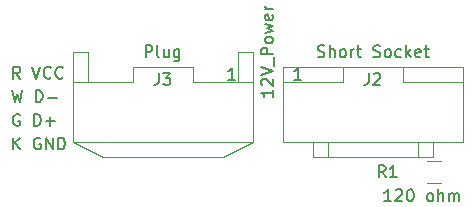
<source format=gbr>
G04 #@! TF.GenerationSoftware,KiCad,Pcbnew,(5.1.2)-2*
G04 #@! TF.CreationDate,2019-08-10T02:32:53-04:00*
G04 #@! TF.ProjectId,compact-giraffe,636f6d70-6163-4742-9d67-697261666665,rev?*
G04 #@! TF.SameCoordinates,Original*
G04 #@! TF.FileFunction,Legend,Top*
G04 #@! TF.FilePolarity,Positive*
%FSLAX46Y46*%
G04 Gerber Fmt 4.6, Leading zero omitted, Abs format (unit mm)*
G04 Created by KiCad (PCBNEW (5.1.2)-2) date 2019-08-10 02:32:53*
%MOMM*%
%LPD*%
G04 APERTURE LIST*
%ADD10C,0.120000*%
%ADD11C,0.150000*%
G04 APERTURE END LIST*
D10*
X142240000Y-92710000D02*
X127000000Y-92710000D01*
X142240000Y-87630000D02*
X142240000Y-92710000D01*
X137160000Y-87630000D02*
X142240000Y-87630000D01*
X137160000Y-86360000D02*
X137160000Y-87630000D01*
X132080000Y-86360000D02*
X137160000Y-86360000D01*
X132080000Y-87630000D02*
X132080000Y-86360000D01*
X127000000Y-87630000D02*
X132080000Y-87630000D01*
X127000000Y-92710000D02*
X127000000Y-87630000D01*
X127000000Y-87630000D02*
X127000000Y-86360000D01*
X127000000Y-86360000D02*
X132080000Y-86360000D01*
X132080000Y-86360000D02*
X137160000Y-86360000D01*
X137160000Y-86360000D02*
X142240000Y-86360000D01*
X142240000Y-86360000D02*
X142240000Y-87630000D01*
X129540000Y-92710000D02*
X129540000Y-93980000D01*
X129540000Y-93980000D02*
X130810000Y-93980000D01*
X130810000Y-93980000D02*
X130810000Y-92710000D01*
X130810000Y-92710000D02*
X138430000Y-92710000D01*
X138430000Y-92710000D02*
X138430000Y-93980000D01*
X138430000Y-93980000D02*
X139700000Y-93980000D01*
X139700000Y-93980000D02*
X139700000Y-92710000D01*
X130810000Y-93980000D02*
X138430000Y-93980000D01*
X109220000Y-92710000D02*
X124460000Y-92710000D01*
X109220000Y-87630000D02*
X109220000Y-92710000D01*
X114300000Y-87630000D02*
X109220000Y-87630000D01*
X114300000Y-86360000D02*
X114300000Y-87630000D01*
X119380000Y-86360000D02*
X114300000Y-86360000D01*
X119380000Y-87630000D02*
X119380000Y-86360000D01*
X124460000Y-87630000D02*
X119380000Y-87630000D01*
X124460000Y-92710000D02*
X124460000Y-87630000D01*
X124460000Y-87630000D02*
X124460000Y-85090000D01*
X124460000Y-85090000D02*
X123190000Y-85090000D01*
X123190000Y-85090000D02*
X123190000Y-87630000D01*
X110490000Y-87630000D02*
X110490000Y-85090000D01*
X110490000Y-85090000D02*
X109220000Y-85090000D01*
X109220000Y-85090000D02*
X109220000Y-87630000D01*
X124460000Y-92710000D02*
X121920000Y-93980000D01*
X121920000Y-93980000D02*
X111760000Y-93980000D01*
X111760000Y-93980000D02*
X109220000Y-92710000D01*
X140432064Y-94340000D02*
X139227936Y-94340000D01*
X140432064Y-96160000D02*
X139227936Y-96160000D01*
D11*
X134286666Y-86892380D02*
X134286666Y-87606666D01*
X134239047Y-87749523D01*
X134143809Y-87844761D01*
X134000952Y-87892380D01*
X133905714Y-87892380D01*
X134715238Y-86987619D02*
X134762857Y-86940000D01*
X134858095Y-86892380D01*
X135096190Y-86892380D01*
X135191428Y-86940000D01*
X135239047Y-86987619D01*
X135286666Y-87082857D01*
X135286666Y-87178095D01*
X135239047Y-87320952D01*
X134667619Y-87892380D01*
X135286666Y-87892380D01*
X128555714Y-87447380D02*
X127984285Y-87447380D01*
X128270000Y-87447380D02*
X128270000Y-86447380D01*
X128174761Y-86590238D01*
X128079523Y-86685476D01*
X127984285Y-86733095D01*
X129977142Y-85494761D02*
X130120000Y-85542380D01*
X130358095Y-85542380D01*
X130453333Y-85494761D01*
X130500952Y-85447142D01*
X130548571Y-85351904D01*
X130548571Y-85256666D01*
X130500952Y-85161428D01*
X130453333Y-85113809D01*
X130358095Y-85066190D01*
X130167619Y-85018571D01*
X130072380Y-84970952D01*
X130024761Y-84923333D01*
X129977142Y-84828095D01*
X129977142Y-84732857D01*
X130024761Y-84637619D01*
X130072380Y-84590000D01*
X130167619Y-84542380D01*
X130405714Y-84542380D01*
X130548571Y-84590000D01*
X130977142Y-85542380D02*
X130977142Y-84542380D01*
X131405714Y-85542380D02*
X131405714Y-85018571D01*
X131358095Y-84923333D01*
X131262857Y-84875714D01*
X131120000Y-84875714D01*
X131024761Y-84923333D01*
X130977142Y-84970952D01*
X132024761Y-85542380D02*
X131929523Y-85494761D01*
X131881904Y-85447142D01*
X131834285Y-85351904D01*
X131834285Y-85066190D01*
X131881904Y-84970952D01*
X131929523Y-84923333D01*
X132024761Y-84875714D01*
X132167619Y-84875714D01*
X132262857Y-84923333D01*
X132310476Y-84970952D01*
X132358095Y-85066190D01*
X132358095Y-85351904D01*
X132310476Y-85447142D01*
X132262857Y-85494761D01*
X132167619Y-85542380D01*
X132024761Y-85542380D01*
X132786666Y-85542380D02*
X132786666Y-84875714D01*
X132786666Y-85066190D02*
X132834285Y-84970952D01*
X132881904Y-84923333D01*
X132977142Y-84875714D01*
X133072380Y-84875714D01*
X133262857Y-84875714D02*
X133643809Y-84875714D01*
X133405714Y-84542380D02*
X133405714Y-85399523D01*
X133453333Y-85494761D01*
X133548571Y-85542380D01*
X133643809Y-85542380D01*
X134691428Y-85494761D02*
X134834285Y-85542380D01*
X135072380Y-85542380D01*
X135167619Y-85494761D01*
X135215238Y-85447142D01*
X135262857Y-85351904D01*
X135262857Y-85256666D01*
X135215238Y-85161428D01*
X135167619Y-85113809D01*
X135072380Y-85066190D01*
X134881904Y-85018571D01*
X134786666Y-84970952D01*
X134739047Y-84923333D01*
X134691428Y-84828095D01*
X134691428Y-84732857D01*
X134739047Y-84637619D01*
X134786666Y-84590000D01*
X134881904Y-84542380D01*
X135120000Y-84542380D01*
X135262857Y-84590000D01*
X135834285Y-85542380D02*
X135739047Y-85494761D01*
X135691428Y-85447142D01*
X135643809Y-85351904D01*
X135643809Y-85066190D01*
X135691428Y-84970952D01*
X135739047Y-84923333D01*
X135834285Y-84875714D01*
X135977142Y-84875714D01*
X136072380Y-84923333D01*
X136120000Y-84970952D01*
X136167619Y-85066190D01*
X136167619Y-85351904D01*
X136120000Y-85447142D01*
X136072380Y-85494761D01*
X135977142Y-85542380D01*
X135834285Y-85542380D01*
X137024761Y-85494761D02*
X136929523Y-85542380D01*
X136739047Y-85542380D01*
X136643809Y-85494761D01*
X136596190Y-85447142D01*
X136548571Y-85351904D01*
X136548571Y-85066190D01*
X136596190Y-84970952D01*
X136643809Y-84923333D01*
X136739047Y-84875714D01*
X136929523Y-84875714D01*
X137024761Y-84923333D01*
X137453333Y-85542380D02*
X137453333Y-84542380D01*
X137548571Y-85161428D02*
X137834285Y-85542380D01*
X137834285Y-84875714D02*
X137453333Y-85256666D01*
X138643809Y-85494761D02*
X138548571Y-85542380D01*
X138358095Y-85542380D01*
X138262857Y-85494761D01*
X138215238Y-85399523D01*
X138215238Y-85018571D01*
X138262857Y-84923333D01*
X138358095Y-84875714D01*
X138548571Y-84875714D01*
X138643809Y-84923333D01*
X138691428Y-85018571D01*
X138691428Y-85113809D01*
X138215238Y-85209047D01*
X138977142Y-84875714D02*
X139358095Y-84875714D01*
X139120000Y-84542380D02*
X139120000Y-85399523D01*
X139167619Y-85494761D01*
X139262857Y-85542380D01*
X139358095Y-85542380D01*
X116506666Y-86892380D02*
X116506666Y-87606666D01*
X116459047Y-87749523D01*
X116363809Y-87844761D01*
X116220952Y-87892380D01*
X116125714Y-87892380D01*
X116887619Y-86892380D02*
X117506666Y-86892380D01*
X117173333Y-87273333D01*
X117316190Y-87273333D01*
X117411428Y-87320952D01*
X117459047Y-87368571D01*
X117506666Y-87463809D01*
X117506666Y-87701904D01*
X117459047Y-87797142D01*
X117411428Y-87844761D01*
X117316190Y-87892380D01*
X117030476Y-87892380D01*
X116935238Y-87844761D01*
X116887619Y-87797142D01*
X122967714Y-87447380D02*
X122396285Y-87447380D01*
X122682000Y-87447380D02*
X122682000Y-86447380D01*
X122586761Y-86590238D01*
X122491523Y-86685476D01*
X122396285Y-86733095D01*
X115411428Y-85542380D02*
X115411428Y-84542380D01*
X115792380Y-84542380D01*
X115887619Y-84590000D01*
X115935238Y-84637619D01*
X115982857Y-84732857D01*
X115982857Y-84875714D01*
X115935238Y-84970952D01*
X115887619Y-85018571D01*
X115792380Y-85066190D01*
X115411428Y-85066190D01*
X116554285Y-85542380D02*
X116459047Y-85494761D01*
X116411428Y-85399523D01*
X116411428Y-84542380D01*
X117363809Y-84875714D02*
X117363809Y-85542380D01*
X116935238Y-84875714D02*
X116935238Y-85399523D01*
X116982857Y-85494761D01*
X117078095Y-85542380D01*
X117220952Y-85542380D01*
X117316190Y-85494761D01*
X117363809Y-85447142D01*
X118268571Y-84875714D02*
X118268571Y-85685238D01*
X118220952Y-85780476D01*
X118173333Y-85828095D01*
X118078095Y-85875714D01*
X117935238Y-85875714D01*
X117840000Y-85828095D01*
X118268571Y-85494761D02*
X118173333Y-85542380D01*
X117982857Y-85542380D01*
X117887619Y-85494761D01*
X117840000Y-85447142D01*
X117792380Y-85351904D01*
X117792380Y-85066190D01*
X117840000Y-84970952D01*
X117887619Y-84923333D01*
X117982857Y-84875714D01*
X118173333Y-84875714D01*
X118268571Y-84923333D01*
X104205595Y-93352380D02*
X104205595Y-92352380D01*
X104777023Y-93352380D02*
X104348452Y-92780952D01*
X104777023Y-92352380D02*
X104205595Y-92923809D01*
X106491309Y-92400000D02*
X106396071Y-92352380D01*
X106253214Y-92352380D01*
X106110357Y-92400000D01*
X106015119Y-92495238D01*
X105967500Y-92590476D01*
X105919880Y-92780952D01*
X105919880Y-92923809D01*
X105967500Y-93114285D01*
X106015119Y-93209523D01*
X106110357Y-93304761D01*
X106253214Y-93352380D01*
X106348452Y-93352380D01*
X106491309Y-93304761D01*
X106538928Y-93257142D01*
X106538928Y-92923809D01*
X106348452Y-92923809D01*
X106967500Y-93352380D02*
X106967500Y-92352380D01*
X107538928Y-93352380D01*
X107538928Y-92352380D01*
X108015119Y-93352380D02*
X108015119Y-92352380D01*
X108253214Y-92352380D01*
X108396071Y-92400000D01*
X108491309Y-92495238D01*
X108538928Y-92590476D01*
X108586547Y-92780952D01*
X108586547Y-92923809D01*
X108538928Y-93114285D01*
X108491309Y-93209523D01*
X108396071Y-93304761D01*
X108253214Y-93352380D01*
X108015119Y-93352380D01*
X104729404Y-90400000D02*
X104634166Y-90352380D01*
X104491309Y-90352380D01*
X104348452Y-90400000D01*
X104253214Y-90495238D01*
X104205595Y-90590476D01*
X104157976Y-90780952D01*
X104157976Y-90923809D01*
X104205595Y-91114285D01*
X104253214Y-91209523D01*
X104348452Y-91304761D01*
X104491309Y-91352380D01*
X104586547Y-91352380D01*
X104729404Y-91304761D01*
X104777023Y-91257142D01*
X104777023Y-90923809D01*
X104586547Y-90923809D01*
X105967500Y-91352380D02*
X105967500Y-90352380D01*
X106205595Y-90352380D01*
X106348452Y-90400000D01*
X106443690Y-90495238D01*
X106491309Y-90590476D01*
X106538928Y-90780952D01*
X106538928Y-90923809D01*
X106491309Y-91114285D01*
X106443690Y-91209523D01*
X106348452Y-91304761D01*
X106205595Y-91352380D01*
X105967500Y-91352380D01*
X106967500Y-90971428D02*
X107729404Y-90971428D01*
X107348452Y-91352380D02*
X107348452Y-90590476D01*
X104110357Y-88352380D02*
X104348452Y-89352380D01*
X104538928Y-88638095D01*
X104729404Y-89352380D01*
X104967500Y-88352380D01*
X106110357Y-89352380D02*
X106110357Y-88352380D01*
X106348452Y-88352380D01*
X106491309Y-88400000D01*
X106586547Y-88495238D01*
X106634166Y-88590476D01*
X106681785Y-88780952D01*
X106681785Y-88923809D01*
X106634166Y-89114285D01*
X106586547Y-89209523D01*
X106491309Y-89304761D01*
X106348452Y-89352380D01*
X106110357Y-89352380D01*
X107110357Y-88971428D02*
X107872261Y-88971428D01*
X104777023Y-87352380D02*
X104443690Y-86876190D01*
X104205595Y-87352380D02*
X104205595Y-86352380D01*
X104586547Y-86352380D01*
X104681785Y-86400000D01*
X104729404Y-86447619D01*
X104777023Y-86542857D01*
X104777023Y-86685714D01*
X104729404Y-86780952D01*
X104681785Y-86828571D01*
X104586547Y-86876190D01*
X104205595Y-86876190D01*
X105824642Y-86352380D02*
X106157976Y-87352380D01*
X106491309Y-86352380D01*
X107396071Y-87257142D02*
X107348452Y-87304761D01*
X107205595Y-87352380D01*
X107110357Y-87352380D01*
X106967500Y-87304761D01*
X106872261Y-87209523D01*
X106824642Y-87114285D01*
X106777023Y-86923809D01*
X106777023Y-86780952D01*
X106824642Y-86590476D01*
X106872261Y-86495238D01*
X106967500Y-86400000D01*
X107110357Y-86352380D01*
X107205595Y-86352380D01*
X107348452Y-86400000D01*
X107396071Y-86447619D01*
X108396071Y-87257142D02*
X108348452Y-87304761D01*
X108205595Y-87352380D01*
X108110357Y-87352380D01*
X107967500Y-87304761D01*
X107872261Y-87209523D01*
X107824642Y-87114285D01*
X107777023Y-86923809D01*
X107777023Y-86780952D01*
X107824642Y-86590476D01*
X107872261Y-86495238D01*
X107967500Y-86400000D01*
X108110357Y-86352380D01*
X108205595Y-86352380D01*
X108348452Y-86400000D01*
X108396071Y-86447619D01*
X126182380Y-88304285D02*
X126182380Y-88875714D01*
X126182380Y-88590000D02*
X125182380Y-88590000D01*
X125325238Y-88685238D01*
X125420476Y-88780476D01*
X125468095Y-88875714D01*
X125277619Y-87923333D02*
X125230000Y-87875714D01*
X125182380Y-87780476D01*
X125182380Y-87542380D01*
X125230000Y-87447142D01*
X125277619Y-87399523D01*
X125372857Y-87351904D01*
X125468095Y-87351904D01*
X125610952Y-87399523D01*
X126182380Y-87970952D01*
X126182380Y-87351904D01*
X125182380Y-87066190D02*
X126182380Y-86732857D01*
X125182380Y-86399523D01*
X126277619Y-86304285D02*
X126277619Y-85542380D01*
X126182380Y-85304285D02*
X125182380Y-85304285D01*
X125182380Y-84923333D01*
X125230000Y-84828095D01*
X125277619Y-84780476D01*
X125372857Y-84732857D01*
X125515714Y-84732857D01*
X125610952Y-84780476D01*
X125658571Y-84828095D01*
X125706190Y-84923333D01*
X125706190Y-85304285D01*
X126182380Y-84161428D02*
X126134761Y-84256666D01*
X126087142Y-84304285D01*
X125991904Y-84351904D01*
X125706190Y-84351904D01*
X125610952Y-84304285D01*
X125563333Y-84256666D01*
X125515714Y-84161428D01*
X125515714Y-84018571D01*
X125563333Y-83923333D01*
X125610952Y-83875714D01*
X125706190Y-83828095D01*
X125991904Y-83828095D01*
X126087142Y-83875714D01*
X126134761Y-83923333D01*
X126182380Y-84018571D01*
X126182380Y-84161428D01*
X125515714Y-83494761D02*
X126182380Y-83304285D01*
X125706190Y-83113809D01*
X126182380Y-82923333D01*
X125515714Y-82732857D01*
X126134761Y-81970952D02*
X126182380Y-82066190D01*
X126182380Y-82256666D01*
X126134761Y-82351904D01*
X126039523Y-82399523D01*
X125658571Y-82399523D01*
X125563333Y-82351904D01*
X125515714Y-82256666D01*
X125515714Y-82066190D01*
X125563333Y-81970952D01*
X125658571Y-81923333D01*
X125753809Y-81923333D01*
X125849047Y-82399523D01*
X126182380Y-81494761D02*
X125515714Y-81494761D01*
X125706190Y-81494761D02*
X125610952Y-81447142D01*
X125563333Y-81399523D01*
X125515714Y-81304285D01*
X125515714Y-81209047D01*
X135723333Y-95702380D02*
X135390000Y-95226190D01*
X135151904Y-95702380D02*
X135151904Y-94702380D01*
X135532857Y-94702380D01*
X135628095Y-94750000D01*
X135675714Y-94797619D01*
X135723333Y-94892857D01*
X135723333Y-95035714D01*
X135675714Y-95130952D01*
X135628095Y-95178571D01*
X135532857Y-95226190D01*
X135151904Y-95226190D01*
X136675714Y-95702380D02*
X136104285Y-95702380D01*
X136390000Y-95702380D02*
X136390000Y-94702380D01*
X136294761Y-94845238D01*
X136199523Y-94940476D01*
X136104285Y-94988095D01*
X136191952Y-97734380D02*
X135620523Y-97734380D01*
X135906238Y-97734380D02*
X135906238Y-96734380D01*
X135811000Y-96877238D01*
X135715761Y-96972476D01*
X135620523Y-97020095D01*
X136572904Y-96829619D02*
X136620523Y-96782000D01*
X136715761Y-96734380D01*
X136953857Y-96734380D01*
X137049095Y-96782000D01*
X137096714Y-96829619D01*
X137144333Y-96924857D01*
X137144333Y-97020095D01*
X137096714Y-97162952D01*
X136525285Y-97734380D01*
X137144333Y-97734380D01*
X137763380Y-96734380D02*
X137858619Y-96734380D01*
X137953857Y-96782000D01*
X138001476Y-96829619D01*
X138049095Y-96924857D01*
X138096714Y-97115333D01*
X138096714Y-97353428D01*
X138049095Y-97543904D01*
X138001476Y-97639142D01*
X137953857Y-97686761D01*
X137858619Y-97734380D01*
X137763380Y-97734380D01*
X137668142Y-97686761D01*
X137620523Y-97639142D01*
X137572904Y-97543904D01*
X137525285Y-97353428D01*
X137525285Y-97115333D01*
X137572904Y-96924857D01*
X137620523Y-96829619D01*
X137668142Y-96782000D01*
X137763380Y-96734380D01*
X139430047Y-97734380D02*
X139334809Y-97686761D01*
X139287190Y-97639142D01*
X139239571Y-97543904D01*
X139239571Y-97258190D01*
X139287190Y-97162952D01*
X139334809Y-97115333D01*
X139430047Y-97067714D01*
X139572904Y-97067714D01*
X139668142Y-97115333D01*
X139715761Y-97162952D01*
X139763380Y-97258190D01*
X139763380Y-97543904D01*
X139715761Y-97639142D01*
X139668142Y-97686761D01*
X139572904Y-97734380D01*
X139430047Y-97734380D01*
X140191952Y-97734380D02*
X140191952Y-96734380D01*
X140620523Y-97734380D02*
X140620523Y-97210571D01*
X140572904Y-97115333D01*
X140477666Y-97067714D01*
X140334809Y-97067714D01*
X140239571Y-97115333D01*
X140191952Y-97162952D01*
X141096714Y-97734380D02*
X141096714Y-97067714D01*
X141096714Y-97162952D02*
X141144333Y-97115333D01*
X141239571Y-97067714D01*
X141382428Y-97067714D01*
X141477666Y-97115333D01*
X141525285Y-97210571D01*
X141525285Y-97734380D01*
X141525285Y-97210571D02*
X141572904Y-97115333D01*
X141668142Y-97067714D01*
X141811000Y-97067714D01*
X141906238Y-97115333D01*
X141953857Y-97210571D01*
X141953857Y-97734380D01*
M02*

</source>
